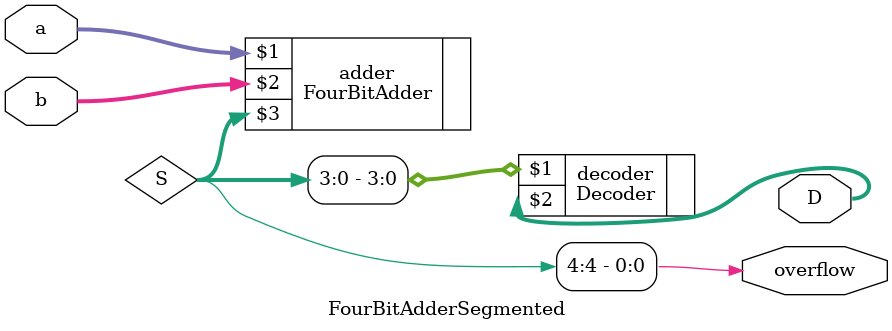
<source format=v>
`timescale 1ns / 1ps


module FourBitAdderSegmented(
input[3:0] a,
input[3:0] b,
//output[4:0] S,
output[6:0] D,
output reg overflow
    );
    wire [4:0] S;
    FourBitAdder adder(a, b, S);
    Decoder decoder(S[3:0], D);
    always @ (*)
        begin
            overflow <= S[4];
        end
    
endmodule

</source>
